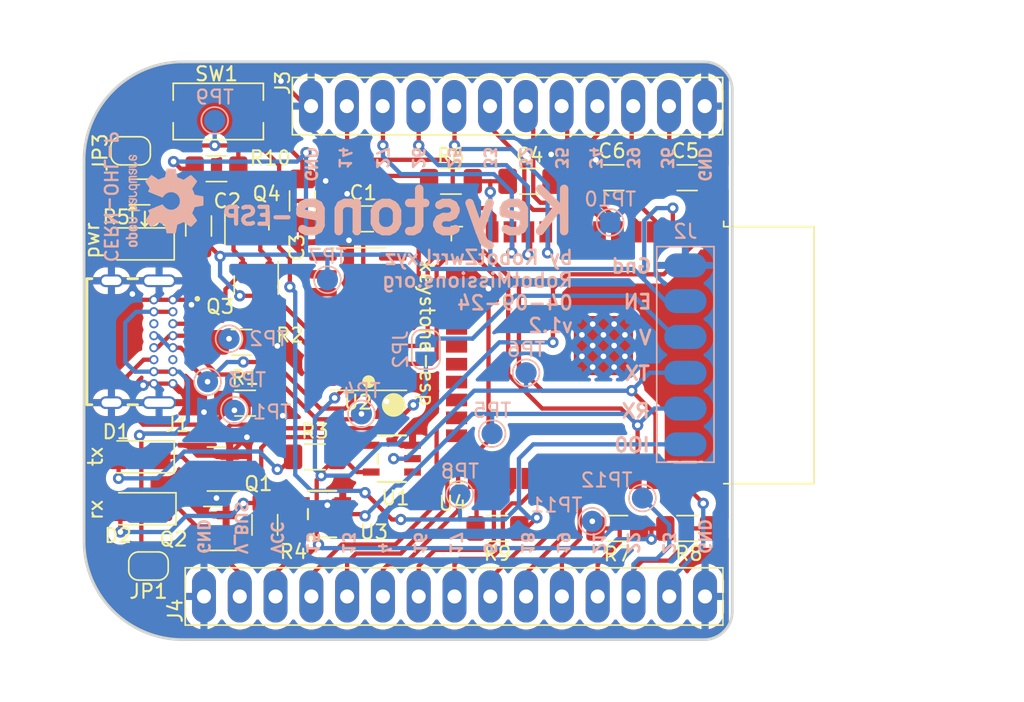
<source format=kicad_pcb>
(kicad_pcb (version 20240108) (generator "pcbnew") (generator_version "8.0")
  (layers (0 "F.Cu" signal) (31 "B.Cu" signal) (34 "B.Paste" user) (35 "F.Paste" user) (36 "B.SilkS" user "B.Silkscreen") (37 "F.SilkS" user "F.Silkscreen") (38 "B.Mask" user) (39 "F.Mask" user) (44 "Edge.Cuts" user))
  (net 0 "")
  (net 1 "Net-(U2-V3)")
  (net 2 "GND")
  (net 3 "VCC")
  (net 4 "Net-(J2-Pin_4)")
  (net 5 "Net-(D1-K)")
  (net 6 "Net-(D1-A)")
  (net 7 "Net-(D2-K)")
  (net 8 "Net-(D2-A)")
  (net 9 "VBUS")
  (net 10 "Net-(J1-CC1)")
  (net 11 "Net-(J1-DP1)")
  (net 12 "Net-(J1-DN1)")
  (net 14 "Net-(J1-CC2)")
  (net 16 "/IO0")
  (net 17 "/RX")
  (net 18 "/TX")
  (net 19 "/DTR")
  (net 20 "/RTS")
  (net 21 "Net-(U4-IO0)")
  (net 29 "/IO36")
  (net 30 "/IO39")
  (net 31 "/IO34")
  (net 32 "/IO35")
  (net 33 "/IO32")
  (net 34 "/IO33")
  (net 35 "/IO25")
  (net 36 "/IO26")
  (net 37 "/IO27")
  (net 38 "/IO14")
  (net 40 "/IO13")
  (net 47 "/IO15")
  (net 49 "/IO4")
  (net 50 "/IO16")
  (net 51 "/IO17")
  (net 52 "/IO5")
  (net 53 "/IO18")
  (net 54 "/IO19")
  (net 56 "/IO21")
  (net 57 "/IO22")
  (net 58 "/IO23")
  (net 59 "Net-(D3-A)")
  (net 60 "Net-(JP3-B)")
  (net 63 "Net-(Q1-G)")
  (net 64 "Net-(Q2-G)")
  (net 65 "/EN")
  (footprint "Resistor_SMD:R_1206_3216Metric_Pad1.30x1.75mm_HandSolder" (layer "F.Cu") (at 205.74 107.95)
    (property "Reference" "R9")
    (property "Value" "10k")
  )
  (footprint "Resistor_SMD:R_1206_3216Metric_Pad1.30x1.75mm_HandSolder" (layer "F.Cu") (at 192.786 102.87)
    (property "Reference" "R3")
    (property "Value" "1k")
  )
  (footprint "!RobotButterfly:Oval_1x12_P2.54mm" (layer "F.Cu") (at 220.452 77.978 -90)
    (property "Reference" "J3")
    (property "Value" "Conn_01x12_Socket")
  )
  (footprint "Package_SO:SOIC-16_3.9x9.9mm_P1.27mm" (layer "F.Cu") (at 195.834 93.091 180)
    (property "Reference" "U2")
    (property "Value" "CH340C")
  )
  (footprint "Button_Switch_SMD:SW_Tactile_SPST_NO_Straight_CK_PTS636Sx25SMTRLFS" (layer "F.Cu") (at 185.928 78.359)
    (property "Reference" "SW1")
    (property "Value" "SW_Push")
  )
  (footprint "!EK_Library:USBC_TH_2" (layer "F.Cu") (at 178.346 94.698 -90)
    (property "Reference" "J1")
    (property "Value" "USBC_TH_2")
  )
  (footprint "Capacitor_SMD:C_1206_3216Metric_Pad1.33x1.80mm_HandSolder" (layer "F.Cu") (at 196.215 85.979)
    (property "Reference" "C1")
    (property "Value" "0.1 uF")
  )
  (footprint "Jumper:SolderJumper-2_P1.3mm_Bridged_RoundedPad1.0x1.5mm" (layer "F.Cu") (at 179.705 81.153 180)
    (property "Reference" "JP3")
    (property "Value" "SolderJumper_2_Bridged")
  )
  (footprint "Resistor_SMD:R_1206_3216Metric_Pad1.30x1.75mm_HandSolder" (layer "F.Cu") (at 185.801 82.423)
    (property "Reference" "R10")
    (property "Value" "10k")
  )
  (footprint "!EK_Library:SN74AHC1G14DBVR" (layer "F.Cu") (at 193.294 106.934 180)
    (property "Reference" "U3")
    (property "Value" "SN74AHC1G14DBVR")
  )
  (footprint "Resistor_SMD:R_1206_3216Metric_Pad1.30x1.75mm_HandSolder" (layer "F.Cu") (at 189.23 107.696 -90)
    (property "Reference" "R4")
    (property "Value" "1k")
  )
  (footprint "Fiducial:Fiducial_1mm_Mask2mm" (layer "F.Cu") (at 184.912 90.424)
    (property "Reference" "FID2" (hide yes))
    (property "Value" "Fiducial")
  )
  (footprint "Fiducial:Fiducial_1mm_Mask2mm" (layer "F.Cu") (at 200.533 85.725)
    (property "Reference" "FID4" (hide yes))
    (property "Value" "Fiducial")
  )
  (footprint "Package_TO_SOT_SMD:SOT-23" (layer "F.Cu") (at 187.96 86.106 90)
    (property "Reference" "Q4")
    (property "Value" "AO3400A")
  )
  (footprint "Capacitor_SMD:C_1206_3216Metric_Pad1.33x1.80mm_HandSolder" (layer "F.Cu") (at 191.897 84.709 90)
    (property "Reference" "C3")
    (property "Value" "4.7 uF")
  )
  (footprint "Resistor_SMD:R_1206_3216Metric_Pad1.30x1.75mm_HandSolder" (layer "F.Cu") (at 202.438 83.312)
    (property "Reference" "R6")
    (property "Value" "10k")
  )
  (footprint "Fiducial:Fiducial_1mm_Mask2mm" (layer "F.Cu") (at 179.705 78.359)
    (property "Reference" "FID1" (hide yes))
    (property "Value" "Fiducial")
  )
  (footprint "!RobotButterfly:Oval_1x15_P2.54mm" (layer "F.Cu") (at 220.472 112.776 -90)
    (property "Reference" "J4")
    (property "Value" "Conn_01x15_Socket")
  )
  (footprint "Fiducial:Fiducial_1mm_Mask2mm" (layer "F.Cu") (at 194.183 81.661)
    (property "Reference" "FID3" (hide yes))
    (property "Value" "Fiducial")
  )
  (footprint "Capacitor_SMD:C_1206_3216Metric_Pad1.33x1.80mm_HandSolder" (layer "F.Cu") (at 213.995 83.058 180)
    (property "Reference" "C6")
    (property "Value" "0.1 uF")
  )
  (footprint "Resistor_SMD:R_1206_3216Metric_Pad1.30x1.75mm_HandSolder" (layer "F.Cu") (at 187.833 99.06)
    (property "Reference" "R1")
    (property "Value" "5.1k")
  )
  (footprint "Resistor_SMD:R_1206_3216Metric_Pad1.30x1.75mm_HandSolder" (layer "F.Cu") (at 214.249 107.95 180)
    (property "Reference" "R7")
    (property "Value" "4.7k")
  )
  (footprint "Package_TO_SOT_SMD:SOT-23" (layer "F.Cu") (at 188.6204 90.678 -90)
    (property "Reference" "Q3")
    (property "Value" "AO3400A")
  )
  (footprint "Capacitor_SMD:C_1206_3216Metric_Pad1.33x1.80mm_HandSolder" (layer "F.Cu") (at 184.531 86.487 90)
    (property "Reference" "C2")
    (property "Value" "1 uF")
  )
  (footprint "Resistor_SMD:R_1206_3216Metric_Pad1.30x1.75mm_HandSolder" (layer "F.Cu") (at 187.579 94.742)
    (property "Reference" "R2")
    (property "Value" "5.1k")
  )
  (footprint "LED_SMD:LED_1206_3216Metric_Pad1.42x1.75mm_HandSolder" (layer "F.Cu") (at 180.34 87.757 180)
    (property "Reference" "D3")
    (property "Value" "LED")
  )
  (footprint "Resistor_SMD:R_1206_3216Metric_Pad1.30x1.75mm_HandSolder" (layer "F.Cu") (at 219.202 107.95)
    (property "Reference" "R8")
    (property "Value" "4.7k")
  )
  (footprint "Package_TO_SOT_SMD:SOT-23" (layer "F.Cu") (at 185.547 107.95 180)
    (property "Reference" "Q2")
    (property "Value" "BSS138")
  )
  (footprint "RF_Module:ESP32-WROOM-32" (layer "F.Cu") (at 212.349 95.653 -90)
    (property "Reference" "U4")
    (property "Value" "ESP32-WROOM-32")
  )
  (footprint "Jumper:SolderJumper-2_P1.3mm_Bridged_RoundedPad1.0x1.5mm" (layer "F.Cu") (at 180.975 110.617 180)
    (property "Reference" "JP1")
    (property "Value" "SolderJumper_2_Bridged")
  )
  (footprint "!EK_Library:SN74AHC1G14DBVR" (layer "F.Cu") (at 198.247 102.997 180)
    (property "Reference" "U1")
    (property "Value" "SN74AHC1G14DBVR")
  )
  (footprint "Resistor_SMD:R_1206_3216Metric_Pad1.30x1.75mm_HandSolder" (layer "F.Cu") (at 180.34 84.074)
    (property "Reference" "R5")
    (property "Value" "1k")
  )
  (footprint "Package_TO_SOT_SMD:SOT-23" (layer "F.Cu") (at 185.801 103.7336 180)
    (property "Reference" "Q1")
    (property "Value" "BSS138")
  )
  (footprint "Capacitor_SMD:C_1206_3216Metric_Pad1.33x1.80mm_HandSolder" (layer "F.Cu") (at 219.202 83.058)
    (property "Reference" "C5")
    (property "Value" "22 uF")
  )
  (footprint "Capacitor_SMD:C_1206_3216Metric_Pad1.33x1.80mm_HandSolder" (layer "F.Cu") (at 208.026 83.312)
    (property "Reference" "C4")
    (property "Value" "0.1 uF")
  )
  (footprint "LED_SMD:LED_1206_3216Metric_Pad1.42x1.75mm_HandSolder" (layer "F.Cu") (at 180.467 106.553 180)
    (property "Reference" "D2")
    (property "Value" "LED")
  )
  (footprint "LED_SMD:LED_1206_3216Metric_Pad1.42x1.75mm_HandSolder" (layer "F.Cu") (at 180.34 102.87 180)
    (property "Reference" "D1")
    (property "Value" "LED")
  )
  (footprint "TestPoint:TestPoint_Pad_D1.5mm" (layer "B.Cu") (at 213.741 86.233 180)
    (property "Reference" "TP10")
    (property "Value" "TestPoint")
  )
  (footprint "TestPoint:TestPoint_Pad_D1.5mm" (layer "B.Cu") (at 216.027 105.791 180)
    (property "Reference" "TP12")
    (property "Value" "TestPoint")
  )
  (footprint "TestPoint:TestPoint_Pad_D1.5mm" (layer "B.Cu") (at 207.772 96.901 180)
    (property "Reference" "TP6")
    (property "Value" "TestPoint")
  )
  (footprint "TestPoint:TestPoint_Pad_D1.5mm" (layer "B.Cu") (at 185.674 78.994 180)
    (property "Reference" "TP9")
    (property "Value" "TestPoint")
  )
  (footprint "TestPoint:TestPoint_Pad_D1.5mm" (layer "B.Cu") (at 185.166 97.536 180)
    (property "Reference" "TP3")
    (property "Value" "TestPoint")
  )
  (footprint "Connector_PinHeader_2.54mm:PinHeader_1x06_P2.54mm_Vertical" (layer "B.Cu") (at 219.075 101.981)
    (property "Reference" "J2")
    (property "Value" "Conn_01x06_Socket")
  )
  (footprint "Jumper:SolderJumper-2_P1.3mm_Open_RoundedPad1.0x1.5mm" (layer "B.Cu") (at 200.66 95.25 -90)
    (property "Reference" "JP2")
    (property "Value" "SolderJumper_2_Open")
  )
  (footprint "TestPoint:TestPoint_Pad_D1.5mm" (layer "B.Cu") (at 203.073 105.537 180)
    (property "Reference" "TP8")
    (property "Value" "TestPoint")
  )
  (footprint "TestPoint:TestPoint_Pad_D1.5mm" (layer "B.Cu") (at 212.471 107.442 180)
    (property "Reference" "TP11")
    (property "Value" "TestPoint")
  )
  (footprint "TestPoint:TestPoint_Pad_D1.5mm" (layer "B.Cu") (at 193.675 90.297 180)
    (property "Reference" "TP7")
    (property "Value" "TestPoint")
  )
  (footprint "TestPoint:TestPoint_Pad_D1.5mm" (layer "B.Cu") (at 187.071 99.568 180)
    (property "Reference" "TP1")
    (property "Value" "TestPoint")
  )
  (footprint "TestPoint:TestPoint_Pad_D1.5mm" (layer "B.Cu") (at 186.69 94.488 180)
    (property "Reference" "TP2")
    (property "Value" "TestPoint")
  )
  (footprint "TestPoint:TestPoint_Pad_D1.5mm" (layer "B.Cu") (at 196.088 99.822 180)
    (property "Reference" "TP4")
    (property "Value" "TestPoint")
  )
  (footprint "TestPoint:TestPoint_Pad_D1.5mm" (layer "B.Cu") (at 205.359 101.219 180)
    (property "Reference" "TP5")
    (property "Value" "TestPoint")
  )
  (footprint "Symbol:OSHW-Logo2_7.3x6mm_SilkScreen" (layer "B.Cu") (at 182.118 84.709 90)
    (property "Reference" "REF**" (hide yes))
    (property "Value" "OSHW-Logo2_7.3x6mm_SilkScreen" (hide yes))
  )
  (gr_line (start 179.832 85.09) (end 179.578 85.344) (stroke (width 0.15)) (layer "F.SilkS"))
  (gr_line (start 180.721 86.487) (end 180.975 86.233) (stroke (width 0.15)) (layer "F.SilkS"))
  (gr_circle (center 196.596 97.536) (end 196.977 97.536) (stroke (width 0.15)) (fill solid) (layer "F.SilkS"))
  (gr_line (start 180.721 85.471) (end 180.721 86.487) (stroke (width 0.15)) (layer "F.SilkS"))
  (gr_line (start 180.721 86.487) (end 180.467 86.233) (stroke (width 0.15)) (layer "F.SilkS"))
  (gr_line (start 179.832 85.09) (end 180.086 85.344) (stroke (width 0.15)) (layer "F.SilkS"))
  (gr_line (start 179.832 86.106) (end 179.832 85.09) (stroke (width 0.15)) (layer "F.SilkS"))
  (gr_circle (center 198.374 99.187) (end 199.136 99.187) (stroke (width 0.15)) (fill solid) (layer "F.SilkS"))
  (gr_arc (start 176.403 81.839004) (mid 178.453253 76.889255) (end 183.403002 74.839002) (stroke (width 0.2)) (layer "Edge.Cuts"))
  (gr_line (start 183.403002 115.839002) (end 220.403 115.839002) (stroke (width 0.2)) (layer "Edge.Cuts"))
  (gr_line (start 222.403 113.839002) (end 222.403 76.839002) (stroke (width 0.2)) (layer "Edge.Cuts"))
  (gr_line (start 176.403 81.839004) (end 176.403 108.839) (stroke (width 0.2)) (layer "Edge.Cuts"))
  (gr_line (start 220.403 74.839002) (end 183.403002 74.839002) (stroke (width 0.2)) (layer "Edge.Cuts"))
  (gr_arc (start 220.403 74.839002) (mid 221.817214 75.424788) (end 222.403 76.839002) (stroke (width 0.2)) (layer "Edge.Cuts"))
  (gr_arc (start 183.403002 115.839002) (mid 178.453253 113.788749) (end 176.403 108.839) (stroke (width 0.2)) (layer "Edge.Cuts"))
  (gr_arc (start 222.403 113.839002) (mid 221.817214 115.253216) (end 220.403 115.839002) (stroke (width 0.2)) (layer "Edge.Cuts"))
  (gr_text "CERN-OHL-P" (at 178.816 89.154 -90) (layer "B.SilkS") (effects (font (size 0.9 0.9) (thickness 0.1625)) (justify left top mirror)))
  (gr_text "V_BUS" (at 187.071 109.855 270) (layer "B.SilkS") (effects (font (size 0.8 0.8) (thickness 0.175) (bold yes)) (justify left bottom mirror)))
  (gr_text "V" (at 216.789 94.996 0) (layer "B.SilkS") (effects (font (size 1 1) (thickness 0.2) (bold yes)) (justify left bottom mirror)))
  (gr_text "33" (at 204.724 80.772 270) (layer "B.SilkS") (effects (font (size 0.8 0.8) (thickness 0.175) (bold yes)) (justify right bottom mirror)))
  (gr_text "RX" (at 216.662 100.203 0) (layer "B.SilkS") (effects (font (size 1 1) (thickness 0.2) (bold yes)) (justify left bottom mirror)))
  (gr_text "32" (at 207.264 80.772 270) (layer "B.SilkS") (effects (font (size 0.8 0.8) (thickness 0.175) (bold yes)) (justify right bottom mirror)))
  (gr_text "25" (at 202.184 80.772 270) (layer "B.SilkS") (effects (font (size 0.8 0.8) (thickness 0.175) (bold yes)) (justify right bottom mirror)))
  (gr_text "VCC" (at 189.611 109.855 270) (layer "B.SilkS") (effects (font (size 0.8 0.8) (thickness 0.175) (bold yes)) (justify left bottom mirror)))
  (gr_text "IO0" (at 216.662 102.616 0) (layer "B.SilkS") (effects (font (size 1 1) (thickness 0.2) (bold yes)) (justify left bottom mirror)))
  (gr_text "35" (at 209.804 80.772 270) (layer "B.SilkS") (effects (font (size 0.8 0.8) (thickness 0.175) (bold yes)) (justify right bottom mirror)))
  (gr_text "17" (at 202.311 109.855 270) (layer "B.SilkS") (effects (font (size 0.8 0.8) (thickness 0.175) (bold yes)) (justify left bottom mirror)))
  (gr_text "5" (at 204.724 109.855 270) (layer "B.SilkS") (effects (font (size 0.8 0.8) (thickness 0.175) (bold yes)) (justify left bottom mirror)))
  (gr_text "18" (at 207.391 109.855 270) (layer "B.SilkS") (effects (font (size 0.8 0.8) (thickness 0.175) (bold yes)) (justify left bottom mirror)))
  (gr_text "EN" (at 216.789 92.456 0) (layer "B.SilkS") (effects (font (size 1 1) (thickness 0.2) (bold yes)) (justify left bottom mirror)))
  (gr_text "GND" (at 184.404 109.855 270) (layer "B.SilkS") (effects (font (size 0.8 0.8) (thickness 0.175) (bold yes)) (justify left bottom mirror)))
  (gr_text "27" (at 197.104 80.772 270) (layer "B.SilkS") (effects (font (size 0.8 0.8) (thickness 0.175) (bold yes)) (justify right bottom mirror)))
  (gr_text "22" (at 214.884 109.855 270) (layer "B.SilkS") (effects (font (size 0.8 0.8) (thickness 0.175) (bold yes)) (justify left bottom mirror)))
  (gr_text "-ESP" (at 191.389 86.487 0) (layer "B.SilkS") (effects (font (size 1.2 1.2) (thickness 0.3) (bold yes)) (justify left bottom mirror)))
  (gr_text "16" (at 199.771 109.855 270) (layer "B.SilkS") (effects (font (size 0.8 0.8) (thickness 0.175) (bold yes)) (justify left bottom mirror)))
  (gr_text "GND" (at 219.964 109.855 270) (layer "B.SilkS") (effects (font (size 0.8 0.8) (thickness 0.175) (bold yes)) (justify left bottom mirror)))
  (gr_text "GND" (at 192.024 80.772 270) (layer "B.SilkS") (effects (font (size 0.8 0.8) (thickness 0.175) (bold yes)) (justify right bottom mirror)))
  (gr_text "39" (at 214.884 80.772 270) (layer "B.SilkS") (effects (font (size 0.8 0.8) (thickness 0.175) (bold yes)) (justify right bottom mirror)))
  (gr_text "15" (at 192.151 109.855 270) (layer "B.SilkS") (effects (font (size 0.8 0.8) (thickness 0.175) (bold yes)) (justify left bottom mirror)))
  (gr_text "13" (at 194.691 109.855 270) (layer "B.SilkS") (effects (font (size 0.8 0.8) (thickness 0.175) (bold yes)) (justify left bottom mirror)))
  (gr_text "Keystone" (at 211.582 87.249 0) (layer "B.SilkS") (effects (font (size 3 3) (thickness 0.6) (bold yes)) (justify left bottom mirror)))
  (gr_text "26" (at 199.644 80.772 270) (layer "B.SilkS") (effects (font (size 0.8 0.8) (thickness 0.175) (bold yes)) (justify right bottom mirror)))
  (gr_text "36" (at 217.297 80.772 270) (layer "B.SilkS") (effects (font (size 0.8 0.8) (thickness 0.175) (bold yes)) (justify right bottom mirror)))
  (gr_text "14" (at 194.437 80.772 270) (layer "B.SilkS") (effects (font (size 0.8 0.8) (thickness 0.175) (bold yes)) (justify right bottom mirror)))
  (gr_text "34" (at 212.217 80.772 270) (layer "B.SilkS") (effects (font (size 0.8 0.8) (thickness 0.175) (bold yes)) (justify right bottom mirror)))
  (gr_text "TX" (at 216.662 97.536 0) (layer "B.SilkS") (effects (font (size 1 1) (thickness 0.2) (bold yes)) (justify left bottom mirror)))
  (gr_text "4" (at 197.231 109.855 270) (layer "B.SilkS") (effects (font (size 0.8 0.8) (thickness 0.175) (bold yes)) (justify left bottom mirror)))
  (gr_text "21" (at 212.471 109.855 270) (layer "B.SilkS") (effects (font (size 0.8 0.8) (thickness 0.175) (bold yes)) (justify left bottom mirror)))
  (gr_text "23" (at 217.424 109.855 270) (layer "B.SilkS") (effects (font (size 0.8 0.8) (thickness 0.175) (bold yes)) (justify left bottom mirror)))
  (gr_text "by RobotZwrrl.xyz\nRobotMissions.org\n04-09-24\nv1.2" (at 211.201 88.138 0) (layer "B.SilkS") (effects (font (size 1 1) (thickness 0.18) (bold yes)) (justify left top mirror)))
  (gr_text "19" (at 209.931 109.855 270) (layer "B.SilkS") (effects (font (size 0.8 0.8) (thickness 0.175) (bold yes)) (justify left bottom mirror)))
  (gr_text "GND" (at 219.964 80.772 270) (layer "B.SilkS") (effects (font (size 0.8 0.8) (thickness 0.175) (bold yes)) (justify right bottom mirror)))
  (gr_text "Gnd" (at 216.789 89.916 0) (layer "B.SilkS") (effects (font (size 1 1) (thickness 0.2) (bold yes)) (justify left bottom mirror)))
  (gr_text "keystone-esp" (at 200.152 88.9 270) (layer "F.SilkS") (effects (font (size 1 1)) (justify left bottom)))
  (gr_text "tx" (at 177.8 103.632 90) (layer "F.SilkS") (effects (font (size 1 1)) (justify left bottom)))
  (gr_text "pwr" (at 177.546 88.9 90) (layer "F.SilkS") (effects (font (size 1 1)) (justify left bottom)))
  (gr_text "rx" (at 177.8 107.442 90) (layer "F.SilkS") (effects (font (size 1 1)) (justify left bottom)))
  (segment (start 200.152 87.376) (end 200.152 93.345) (width 0.3048) (layer "F.Cu") (net 1))
  (segment (start 198.755 85.979) (end 200.152 87.376) (width 0.3048) (layer "F.Cu") (net 1))
  (segment (start 197.7775 85.979) (end 198.755 85.979) (width 0.3048) (layer "F.Cu") (net 1))
  (segment (start 200.152 93.345) (end 199.771 93.726) (width 0.3048) (layer "F.Cu") (net 1))
  (segment (start 199.771 93.726) (end 198.309 93.726) (width 0.3048) (layer "F.Cu") (net 1))
  (segment (start 180.711 97.673) (end 180.594 97.79) (width 0.3048) (layer "F.Cu") (net 2))
  (segment (start 183.671 91.723) (end 182.706 91.723) (width 0.3048) (layer "F.Cu") (net 2))
  (segment (start 193.6654 106.299) (end 193.802 106.299) (width 0.3048) (layer "F.Cu") (net 2))
  (segment (start 184.785 99.695) (end 184.912 99.695) (width 0.3048) (layer "F.Cu") (net 2))
  (segment (start 194.6525 86.9565) (end 195.199 87.503) (width 0.3048) (layer "F.Cu") (net 2))
  (segment (start 181.356 97.673) (end 180.711 97.673) (width 0.3048) (layer "F.Cu") (net 2))
  (segment (start 209.5885 83.312) (end 209.5885 81.4455) (width 0.3048) (layer "F.Cu") (net 2))
  (segment (start 204.116 89.943) (end 203.006 89.943) (width 0.3048) (layer "F.Cu") (net 2))
  (segment (start 186.7385 102.7836) (end 186.7385 102.6945) (width 0.3048) (layer "F.Cu") (net 2))
  (segment (start 198.309 97.536) (end 197.866 97.979) (width 0.3048) (layer "F.Cu") (net 2))
  (segment (start 192.512 77.978) (end 192.151 77.978) (width 0.3048) (layer "F.Cu") (net 2))
  (segment (start 209.5885 81.4455) (end 209.55 81.407) (width 0.3048) (layer "F.Cu") (net 2))
  (segment (start 194.117001 105.983999) (end 194.76085 105.983999) (width 0.3048) (layer "F.Cu") (net 2))
  (segment (start 189.611 99.06) (end 189.383 99.06) (width 0.3048) (layer "F.Cu") (net 2))
  (segment (start 181.356 97.673) (end 182.706 97.673) (width 0.3048) (layer "F.Cu") (net 2))
  (segment (start 186.4845 106.4745) (end 185.801 105.791) (width 0.3048) (layer "F.Cu") (net 2))
  (segment (start 205.105 90.932) (end 204.116 89.943) (width 0.3048) (layer "F.Cu") (net 2))
  (segment (start 181.356 91.723) (end 180.242 91.723) (width 0.3048) (layer "F.Cu") (net 2))
  (segment (start 190.5 99.949) (end 189.611 99.06) (width 0.3048) (layer "F.Cu") (net 2))
  (segment (start 192.151 77.978) (end 190.373 76.2) (width 0.3048) (layer "F.Cu") (net 2))
  (segment (start 194.6525 84.6205) (end 195.072 84.201) (width 0.3048) (layer "F.Cu") (net 2))
  (segment (start 180.242 91.723) (end 179.832 91.313) (width 0.3048) (layer "F.Cu") (net 2))
  (segment (start 194.6525 85.979) (end 194.6525 84.6205) (width 0.3048) (layer "F.Cu") (net 2))
  (segment (start 184.728 99.695) (end 182.706 97.673) (width 0.3048) (layer "F.Cu") (net 2))
  (segment (start 186.4845 107) (end 186.4845 106.4745) (width 0.3048) (layer "F.Cu") (net 2))
  (segment (start 189.865 94.742) (end 190.119 94.996) (width 0.3048) (layer "F.Cu") (net 2))
  (segment (start 184.912 99.695) (end 184.728 99.695) (width 0.3048) (layer "F.Cu") (net 2))
  (segment (start 212.725 81.788) (end 212.725 82.119) (width 0.3048) (layer "F.Cu") (net 2))
  (segment (start 184.023 92.075) (end 183.671 91.723) (width 0.3048) (layer "F.Cu") (net 2))
  (segment (start 194.6525 85.979) (end 194.6525 86.9565) (width 0.3048) (layer "F.Cu") (net 2))
  (segment (start 212.725 82.119) (end 212.4325 82.4115) (width 0.3048) (layer "F.Cu") (net 2))
  (segment (start 212.4325 82.4115) (end 212.4325 83.058) (width 0.3048) (layer "F.Cu") (net 2))
  (segment (start 186.7385 102.6945) (end 187.96 101.473) (width 0.3048) (layer "F.Cu") (net 2))
  (segment (start 189.129 94.742) (end 189.865 94.742) (width 0.3048) (layer "F.Cu") (net 2))
  (segment (start 181.356 91.723) (end 182.706 91.723) (width 0.3048) (layer "F.Cu") (net 2))
  (segment (start 197.866 97.979) (end 197.866 98.933) (width 0.3048) (layer "F.Cu") (net 2))
  (segment (start 193.802 106.299) (end 194.117001 105.983999) (width 0.3048) (layer "F.Cu") (net 2))
  (via (at 187.96 101.473) (size 0.8) (drill 0.4) (layers "F.Cu" "B.Cu") (net 2))
  (via (at 195.072 84.201) (size 0.8) (drill 0.4) (layers "F.Cu" "B.Cu") (net 2))
  (via (at 193.6654 106.299) (size 0.8) (drill 0.4) (layers "F.Cu" "B.Cu") (net 2))
  (via (at 195.199 87.503) (size 0.8) (drill 0.4) (layers "F.Cu" "B.Cu") (net 2))
  (via (at 190.119 94.996) (size 0.8) (drill 0.4) (layers "F.Cu" "B.Cu") (net 2))
  (via (at 184.912 99.695) (size 0.8) (drill 0.4) (layers "F.Cu" "B.Cu") (net 2))
  (via (at 190.373 76.2) (size 0.8) (drill 0.4) (layers "F.Cu" "B.Cu") (net 2))
  (via (at 184.023 92.075) (size 0.8) (drill 0.4) (layers "F.Cu" "B.Cu") (net 2))
  (via (at 193.548 83.287972) (size 0.8) (drill 0.4) (layers "F.Cu" "B.Cu") (net 2))
  (via (at 212.725 81.788) (size 0.8) (drill 0.4) (layers "F.Cu" "B.Cu") (net 2))
  (via (at 180.594 97.79) (size 0.8) (drill 0.4) (layers "F.Cu" "B.Cu") (net 2))
  (via (at 209.55 81.407) (size 0.8) (drill 0.4) (layers "F.Cu" "B.Cu") (net 2))
  (via (at 197.866 98.933) (size 0.8) (drill 0.4) (layers "F.Cu" "B.Cu") (net 2))
  (via (at 205.105 90.932) (size 0.8) (drill 0.4) (layers "F.Cu" "B.Cu") (net 2))
  (via (at 185.801 105.791) (size 0.8) (drill 0.4) (layers "F.Cu" "B.Cu") (net 2))
  (via (at 179.832 91.313) (size 0.8) (drill 0.4) (layers "F.Cu" "B.Cu") (net 2))
  (via (at 190.5 99.949) (size 0.8) (drill 0.4) (layers "F.Cu" "B.Cu") (net 2))
  (segment (start 192.532 77.998) (end 192.532 79.629) (width 0.3048) (layer "B.Cu") (net 2))
  (segment (start 193.675 80.772) (end 195.072 82.169) (width 0.3048) (layer "B.Cu") (net 2))
  (segment (start 193.675 83.160972) (end 193.675 80.772) (width 0.3048) (layer "B.Cu") (net 2))
  (segment (start 195.072 82.169) (end 195.072 84.201) (width 0.3048) (layer "B.Cu") (net 2))
  (segment (start 192.512 77.978) (end 192.532 77.998) (width 0.3048) (layer "B.Cu") (net 2))
  (segment (start 192.532 79.629) (end 193.675 80.772) (width 0.3048) (layer "B.Cu") (net 2))
  (segment (start 193.548 83.287972) (end 193.675 83.160972) (width 0.3048) (layer "B.Cu") (net 2))
  (segment (start 195.199 97.663) (end 195.199 97.536) (width 0.3048) (layer "F.Cu") (net 3))
  (segment (start 190.246 84.074) (end 190.881 84.709) (width 0.3048) (layer "F.Cu") (net 3))
  (segment (start 217.17 107.95) (end 217.652 107.95) (width 0.3048) (layer "F.Cu") (net 3))
  (segment (start 180.355 81.153) (end 180.736 80.772) (width 0.3048) (layer "F.Cu") (net 3))
  (segment (start 193.294 84.709) (end 195.072 82.931) (width 0.3048) (layer "F.Cu") (net 3))
  (segment (start 193.04 109.093) (end 192.659 109.474) (width 0.3048) (layer "F.Cu") (net 3))
  (segment (start 215.5575 83.058) (end 217.6395 83.058) (width 0.3048) (layer "F.Cu") (net 3))
  (segment (start 194.183 98.679) (end 195.199 97.663) (width 0.3048) (layer "F.Cu") (net 3))
  (segment (start 187.351 80.798) (end 187.325 80.772) (width 0.3048) (layer "F.Cu") (net 3))
  (segment (start 192.024 110.109) (end 191.008 110.109) (width 0.3048) (layer "F.Cu") (net 3))
  (segment (start 190.33815 109.246) (end 190.940075 108.644075) (width 0.3048) (layer "F.Cu") (net 3))
  (segment (start 193.2305 104.2035) (end 193.2305 103.9755) (width 0.3048) (layer "F.Cu") (net 3))
  (segment (start 193.04 109.093) (end 192.913 108.966) (width 0.3048) (layer "F.Cu") (net 3))
  (segment (start 219.496 87.9578) (end 219.496 84.9145) (width 0.3048) (layer "F.Cu") (net 3))
  (segment (start 190.940075 108.644075) (end 191.700149 107.884001) (width 0.3048) (layer "F.Cu") (net 3))
  (segment (start 193.2305 103.9755) (end 194.336 102.87) (width 0.3048) (layer "F.Cu") (net 3))
  (segment (start 191.77 109.474) (end 190.940075 108.644075) (width 0.3048) (layer "F.Cu") (net 3))
  (segment (start 216.662 108.712) (end 216.662 107.95) (width 0.3048) (layer "F.Cu") (net 3))
  (segment (start 189.992 111.125) (end 189.992 112.776) (width 0.3048) (layer "F.Cu") (net 3))
  (segment (start 217.5378 89.916) (end 219.496 87.9578) (width 0.3048) (layer "F.Cu") (net 3))
  (segment (start 190.246 82.169) (end 190.246 84.074) (width 0.3048) (layer "F.Cu") (net 3))
  (segment (start 195.072 82.931) (end 197.993 82.931) (width 0.3048) (layer "F.Cu") (net 3))
  (segment (start 191.008 110.109) (end 189.992 111.125) (width 0.3048) (layer "F.Cu") (net 3))
  (segment (start 193.359 97.536) (end 195.199 97.536) (width 0.3048) (layer "F.Cu") (net 3))
  (segment (start 196.215 84.709) (end 196.215 90.805) (width 0.3048) (layer "F.Cu") (net 3))
  (segment (start 191.700149 107.884001) (end 191.82715 107.884001) (width 0.3048) (layer "F.Cu") (net 3))
  (segment (start 194.691 102.87) (end 194.336 102.87) (width 0.3048) (layer "F.Cu") (net 3))
  (segment (start 196.215 90.805) (end 195.199 91.821) (width 0.3048) (layer "F.Cu") (net 3))
  (segment (start 209.677 94.742) (end 209.677 90.932) (width 0.3048) (layer "F.Cu") (net 3))
  (segment (start 192.913 108.966) (end 192.913 104.521) (width 0.3048) (layer "F.Cu") (net 3))
  (segment (start 200.888 83.312) (end 200.507 82.931) (width 0.3048) (layer "F.Cu") (net 3))
  (segment (start 194.183 98.6886) (end 194.183 98.679) (width 0.3048) (layer "F.Cu") (net 3))
  (segment (start 187.351 82.423) (end 187.351 80.798) (width 0.3048) (layer "F.Cu") (net 3))
  (segment (start 189.23 109.246) (end 190.33815 109.246) (width 0.3048) (layer "F.Cu") (net 3))
  (segment (start 219.496 84.9145) (end 217.6395 83.058) (width 0.3048) (layer "F.Cu") (net 3))
  (segment (start 200.507 82.931) (end 197.993 82.931) (width 0.3048) (layer "F.Cu") (net 3))
  (segment (start 196.78015 103.947001) (end 195.768001 103.947001) (width 0.3048) (layer "F.Cu") (net 3))
  (segment (start 215.799 107.95) (end 217.17 107.95) (width 0.3048) (layer "F.Cu") (net 3))
  (segment (start 188.849 80.772) (end 190.246 82.169) (width 0.3048) (layer "F.Cu") (net 3))
  (segment (start 187.325 80.772) (end 188.849 80.772) (width 0.3048) (layer "F.Cu") (net 3))
  (segment (start 192.913 104.521) (end 193.2305 104.2035) (width 0.3048) (layer "F.Cu") (net 3))
  (segment (start 216.662 107.95) (end 217.17 107.95) (width 0.3048) (layer "F.Cu") (net 3))
  (segment (start 192.659 109.474) (end 191.77 109.474) (width 0.3048) (layer "F.Cu") (net 3))
  (segment (start 190.881 84.709) (end 193.294 84.709) (width 0.3048) (layer "F.Cu") (net 3))
  (segment (start 180.736 80.772) (end 187.325 80.772) (width 0.3048) (layer "F.Cu") (net 3))
  (segment (start 197.993 82.931) (end 196.215 84.709) (width 0.3048) (layer "F.Cu") (net 3))
  (segment (start 209.677 90.932) (end 210.693 89.916) (width 0.3048) (layer "F.Cu") (net 3))
  (segment (start 195.768001 103.947001) (end 194.691 102.87) (width 0.3048) (layer "F.Cu") (net 3))
  (segment (start 195.199 91.821) (end 195.199 97.536) (width 0.3048) (layer "F.Cu") (net 3))
  (segment (start 210.693 89.916) (end 217.5378 89.916) (width 0.3048) (layer "F.Cu") (net 3))
  (segment (start 193.04 109.093) (end 192.024 110.109) (width 0.3048) (layer "F.Cu") (net 3))
  (via (at 216.662 108.712) (size 0.8) (drill 0.4) (layers "F.Cu" "B.Cu") (net 3))
  (via (at 194.183 98.6886) (size 0.8) (drill 0.4) (layers "F.Cu" "B.Cu") (net 3))
  (via (at 193.2305 104.2035) (size 0.8) (drill 0.4) (layers "F.Cu" "B.Cu") (net 3))
  (via (at 185.674 80.772) (size 0.8) (drill 0.4) (layers "F.Cu" "B.Cu") (net 3))
  (via (at 193.04 109.093) (size 0.8) (drill 0.4) (layers "F.Cu" "B.Cu") (net 3))
  (via (at 209.677 94.742) (size 0.8) (drill 0.4) (layers "F.Cu" "B.Cu") (net 3))
  (segment (start 193.2305 104.2035) (end 195.2625 104.2035) (width 0.3048) (layer "B.Cu") (net 3))
  (segment (start 205.867 94.742) (end 209.677 94.742) (width 0.3048) (layer "B.Cu") (net 3))
  (segment (start 197.485 101.981) (end 198.628 101.981) (width 0.3048) (layer "B.Cu") (net 3))
  (segment (start 193.2305 104.2035) (end 192.786 103.759) (width 0.3048) (layer "B.Cu") (net 3))
  (segment (start 192.786 100.0856) (end 194.183 98.6886) (width 0.3048) (layer "B.Cu") (net 3))
  (segment (start 195.2625 104.2035) (end 197.485 101.981) (width 0.3048) (layer "B.Cu") (net 3))
  (segment (start 193.294 109.347) (end 193.04 109.093) (width 0.3048) (layer "B.Cu") (net 3))
  (segment (start 198.628 101.981) (end 205.867 94.742) (width 0.3048) (layer "B.Cu") (net 3))
  (segment (start 216.662 108.712) (end 214.249 108.712) (width 0.3048) (layer "B.Cu") (net 3))
  (segment (start 192.786 103.759) (end 192.786 100.0856) (width 0.3048) (layer "B.Cu") (net 3))
  (segment (start 185.674 78.994) (end 185.674 80.772) (width 0.3048) (layer "B.Cu") (net 3))
  (segment (start 213.614 109.347) (end 193.294 109.347) (width 0.3048) (layer "B.Cu") (net 3))
  (segment (start 214.249 108.712) (end 213.614 109.347) (width 0.3048) (layer "B.Cu") (net 3))
  (segment (start 200.787 94.473) (end 203.947 94.473) (width 0.3048) (layer "B.Cu") (net 4))
  (segment (start 215.392 91.44) (end 218.313 94.361) (width 0.3048) (layer "B.Cu") (net 4))
  (segment (start 218.313 94.361) (end 219.075 94.361) (width 0.3048) (layer "B.Cu") (net 4))
  (segment (start 203.962 94.488) (end 207.01 91.44) (width 0.3048) (layer "B.Cu") (net 4))
  (segment (start 207.01 91.44) (end 215.392 91.44) (width 0.3048) (layer "B.Cu") (net 4))
  (segment (start 200.66 94.6) (end 200.787 94.473) (width 0.3048) (layer "B.Cu") (net 4))
  (segment (start 203.947 94.473) (end 203.962 94.488) (width 0.3048) (layer "B.Cu") (net 4))
  (segment (start 184.2516 103.7336) (end 183.388 102.87) (width 0.3048) (layer "F.Cu") (net 5))
  (segment (start 184.8635 103.7336) (end 184.2516 103.7336) (width 0.3048) (layer "F.Cu") (net 5))
  (segment (start 183.388 102.87) (end 181.8275 102.87) (width 0.3048) (layer "F.Cu") (net 5))
  (segment (start 190.119 103.759) (end 190.347 103.759) (width 0.3048) (layer "F.Cu") (net 6))
  (segment (start 190.347 103.759) (end 191.236 102.87) (width 0.3048) (layer "F.Cu") (net 6))
  (segment (start 178.8525 104.394) (end 178.8525 102.87) (width 0.3048) (layer "F.Cu") (net 6))
  (via (at 178.8525 104.394) (size 0.8) (drill 0.4) (layers "F.Cu" "B.Cu") (net 6))
  (via (at 190.119 103.759) (size 0.8) (drill 0.4) (layers "F.Cu" "B.Cu") (net 6))
  (segment (start 190.119 103.759) (end 188.849 102.489) (width 0.3048) (layer "B.Cu") (net 6))
  (segment (start 183.515 102.489) (end 181.61 104.394) (width 0.3048) (layer "B.Cu") (net 6))
  (segment (start 188.849 102.489) (end 183.515 102.489) (width 0.3048) (layer "B.Cu") (net 6))
  (segment (start 181.61 104.394) (end 178.8525 104.394) (width 0.3048) (layer "B.Cu") (net 6))
  (segment (start 184.531 107.95) (end 183.134 106.553) (width 0.3048) (layer "F.Cu") (net 7))
  (segment (start 183.134 106.553) (end 181.9545 106.553) (width 0.3048) (layer "F.Cu") (net 7))
  (segment (start 184.6095 107.95) (end 184.531 107.95) (width 0.3048) (layer "F.Cu") (net 7))
  (segment (start 189.23 106.146) (end 187.732 106.146) (width 0.3048) (layer "F.Cu") (net 8))
  (segment (start 187.732 106.146) (end 187.706 106.172) (width 0.3048) (layer "F.Cu") (net 8))
  (segment (start 178.9795 108.204) (end 178.9795 106.553) (width 0.3048) (layer "F.Cu") (net 8))
  (via (at 187.706 106.172) (size 0.8) (drill 0.4) (layers "F.Cu" "B.Cu") (net 8))
  (via (at 178.9795 108.204) (size 0.8) (drill 0.4) (layers "F.Cu" "B.Cu") (net 8))
  (segment (start 187.706 106.172) (end 186.817 107.061) (width 0.3048) (layer "B.Cu") (net 8))
  (segment (start 182.499 108.204) (end 178.9795 108.204) (width 0.3048) (layer "B.Cu") (net 8))
  (segment (start 183.642 107.061) (end 182.499 108.204) (width 0.3048) (layer "B.Cu") (net 8))
  (segment (start 186.817 107.061) (end 183.642 107.061) (width 0.3048) (layer "B.Cu") (net 8))
  (segment (start 182.706 96.823) (end 181.356 96.823) (width 0.3048) (layer "F.Cu") (net 9))
  (segment (start 181.356 92.573) (end 182.706 92.573) (width 0.3048) (layer "F.Cu") (net 9))
  (segment (start 180.467 110.475) (end 180.467 101.473) (width 0.3048) (layer "F.Cu") (net 9))
  (segment (start 186.309 109.982) (end 187.452 111.125) (width 0.3048) (layer "F.Cu") (net 9))
  (segment (start 189.357 100.838) (end 198.12 100.838) (width 0.3048) (layer "F.Cu") (net 9))
  (segment (start 189.103 100.584) (end 189.357 100.838) (width 0.3048) (layer "F.Cu") (net 9))
  (segment (start 181.625 110.617) (end 182.26 109.982) (width 0.3048) (layer "F.Cu") (net 9))
  (segment (start 187.452 111.125) (end 187.452 112.776) (width 0.3048) (layer "F.Cu") (net 9))
  (segment (start 186.182 101.219) (end 186.817 100.584) (width 0.3048) (layer "F.Cu") (net 9))
  (segment (start 180.34 101.346) (end 180.467 101.219) (width 0.3048) (layer "F.Cu") (net 9))
  (segment (start 180.325 110.617) (end 181.625 110.617) (width 0.3048) (layer "F.Cu") (net 9))
  (segment (start 180.34 101.1555) (end 180.34 101.346) (width 0.3048) (layer "F.Cu") (net 9))
  (segment (start 180.467 101.473) (end 180.34 101.346) (width 0.3048) (layer "F.Cu") (net 9))
  (segment (start 180.325 110.617) (end 180.467 110.475) (width 0.3048) (layer "F.Cu") (net 9))
  (segment (start 186.817 100.584) (end 189.103 100.584) (width 0.3048) (layer "F.Cu") (net 9))
  (segment (start 182.26 109.982) (end 186.309 109.982) (width 0.3048) (layer "F.Cu") (net 9))
  (segment (start 180.467 101.219) (end 186.182 101.219) (width 0.3048) (layer "F.Cu") (net 9))
  (segment (start 198.12 100.838) (end 199.771 99.187) (width 0.3048) (layer "F.Cu") (net 9))
  (via (at 180.34 101.346) (size 0.8) (drill 0.4) (layers "F.Cu" "B.Cu") (net 9))
  (via (at 199.771 99.187) (size 0.8) (drill 0.4) (layers "F.Cu" "B.Cu") (net 9))
  (segment (start 180.008 96.823) (end 179.324 96.139) (width 0.3048) (layer "B.Cu") (net 9))
  (segment (start 179.324 93.345) (end 180.096 92.573) (width 0.3048) (layer "B.Cu") (net 9))
  (segment (start 182.88 101.219) (end 180.467 101.219) (width 0.3048) (layer "B.Cu") (net 9))
  (segment (start 200.66 98.298) (end 200.66 95.9) (width 0.3048) (layer "B.Cu") (net 9))
  (segment (start 180.467 101.219) (end 180.34 101.346) (width 0.3048) (layer "B.Cu") (net 9))
  (segment (start 179.324 96.139) (end 179.324 93.345) (width 0.3048) (layer "B.Cu") (net 9))
  (segment (start 180.096 92.573) (end 181.356 92.573) (width 0.3048) (layer "B.Cu") (net 9))
  (segment (start 183.769 97.426381) (end 183.769 100.33) (width 0.3048) (layer "B.Cu") (net 9))
  (segment (start 183.165619 96.823) (end 183.769 97.426381) (width 0.3048) (layer "B.Cu") (net 9))
  (segment (start 182.706 96.823) (end 183.165619 96.823) (width 0.3048) (layer "B.Cu") (net 9))
  (segment (start 183.769 100.33) (end 182.88 101.219) (width 0.3048) (layer "B.Cu") (net 9))
  (segment (start 199.771 99.187) (end 200.66 98.298) (width 0.3048) (layer "B.Cu") (net 9))
  (segment (start 181.356 96.823) (end 180.008 96.823) (width 0.3048) (layer "B.Cu") (net 9))
  (segment (start 186.029 94.742) (end 186.436 94.742) (width 0.3048) (layer "F.Cu") (net 10))
  (segment (start 186.029 94.742) (end 185.928 94.742) (width 0.3048) (layer "F.Cu") (net 10))
  (segment (start 186.436 94.742) (end 186.69 94.488) (width 0.3048) (layer "F.Cu") (net 10))
  (segment (start 185.928 94.742) (end 184.609 93.423) (width 0.3048) (layer "F.Cu") (net 10))
  (segment (start 184.609 93.423) (end 182.706 93.423) (width 0.3048) (layer "F.Cu") (net 10))
  (via (at 186.69 94.488) (size 0.8) (drill 0.4) (layers "F.Cu" "B.Cu") (net 10))
  (segment (start 181.61 95.123) (end 181.356 95.123) (width 0.3048) (layer "F.Cu") (net 11))
  (segment (start 196.596 99.187) (end 195.58 100.203) (width 0.3048) (layer "F.Cu") (net 11))
  (segment (start 189.738 97.028) (end 185.8645 97.028) (width 0.3048) (layer "F.Cu") (net 11))
  (segment (start 198.309 92.456) (end 196.977 92.456) (width 0.3048) (layer "F.Cu") (net 11))
  (segment (start 196.596 92.837) (end 196.596 99.187) (width 0.3048) (layer "F.Cu") (net 11))
  (segment (start 184.77148 95.93498) (end 184.77148 95.10948) (width 0.3048) (layer "F.Cu") (net 11))
  (segment (start 183.935 94.273) (end 182.706 94.273) (width 0.3048) (layer "F.Cu") (net 11))
  (segment (start 195.58 100.203) (end 192.913 100.203) (width 0.3048) (layer "F.Cu") (net 11))
  (segment (start 184.77148 95.10948) (end 183.935 94.273) (width 0.3048) (layer "F.Cu") (net 11))
  (segment (start 192.913 100.203) (end 189.738 97.028) (width 0.3048) (layer "F.Cu") (net 11))
  (segment (start 196.977 92.456) (end 196.596 92.837) (width 0.3048) (layer "F.Cu") (net 11))
  (segment (start 182.46 94.273) (end 181.61 95.123) (width 0.3048) (layer "F.Cu") (net 11))
  (segment (start 182.706 94.273) (end 182.46 94.273) (width 0.3048) (layer "F.Cu") (net 11))
  (segment (start 185.8645 97.028) (end 184.77148 95.93498) (width 0.3048) (layer "F.Cu") (net 11))
  (via (at 196.088 99.822) (size 0.8) (drill 0.4) (layers "F.Cu" "B.Cu") (net 11))
  (segment (start 196.088 99.822) (end 195.961 99.822) (width 0.3048) (layer "B.Cu") (net 11))
  (segment (start 185.166 97.536) (end 184.023 96.393) (width 0.3048) (layer "F.Cu") (net 12))
  (segment (start 193.167 99.441) (end 194.945 99.441) (width 0.3048) (layer "F.Cu") (net 12))
  (segment (start 183.261 95.123) (end 182.706 95.123) (width 0.3048) (layer "F.Cu") (net 12))
  (segment (start 195.961 92.202) (end 196.977 91.186) (width 0.3048) (layer "F.Cu") (net 12))
  (segment (start 189.865 96.139) (end 193.167 99.441) (width 0.3048) (layer "F.Cu") (net 12))
  (segment (start 187.706 96.139) (end 189.865 96.139) (width 0.3048) (layer "F.Cu") (net 12))
  (segment (start 184.023 95.885) (end 183.261 95.123) (width 0.3048) (layer "F.Cu") (net 12))
  (segment (start 196.977 91.186) (end 198.309 91.186) (width 0.3048) (layer "F.Cu") (net 12))
  (segment (start 184.023 96.393) (end 184.023 95.885) (width 0.3048) (layer "F.Cu") (net 12))
  (segment (start 194.945 99.441) (end 195.961 98.425) (width 0.3048) (layer "F.Cu") (net 12))
  (segment (start 195.961 98.425) (end 195.961 92.202) (width 0.3048) (layer "F.Cu") (net 12))
  (via (at 185.166 97.536) (size 0.8) (drill 0.4) (layers "F.Cu" "B.Cu") (net 12))
  (via (at 187.706 96.139) (size 0.8) (drill 0.4) (layers "F.Cu" "B.Cu") (net 12))
  (segment (start 181.356 94.273) (end 181.649 94.273) (width 0.3048) (layer "B.Cu") (net 12))
  (segment (start 182.706 95.123) (end 182.499 95.123) (width 0.3048) (layer "B.Cu") (net 12))
  (segment (start 181.649 94.273) (end 182.499 95.123) (width 0.3048) (layer "B.Cu") (net 12))
  (segment (start 186.563 96.139) (end 187.706 96.139) (width 0.3048) (layer "B.Cu") (net 12))
  (segment (start 185.166 97.536) (end 186.563 96.139) (width 0.3048) (layer "B.Cu") (net 12))
  (segment (start 179.832 98.425) (end 179.451 98.044) (width 0.3048) (layer "F.Cu") (net 14))
  (segment (start 180.633 95.973) (end 181.356 95.973) (width 0.3048) (layer "F.Cu") (net 14))
  (segment (start 179.451 98.044) (end 179.451 97.155) (width 0.3048) (layer "F.Cu") (net 14))
  (segment (start 186.283 99.848) (end 185.547 100.584) (width 0.3048) (layer "F.Cu") (net 14))
  (segment (start 179.832 99.822) (end 179.832 98.425) (width 0.3048) (layer "F.Cu") (net 14))
  (segment (start 186.283 99.06) (end 186.563 99.06) (width 0.3048) (layer "F.Cu") (net 14))
  (segment (start 179.451 97.155) (end 180.633 95.973) (width 0.3048) (layer "F.Cu") (net 14))
  (segment (start 186.563 99.06) (end 187.071 99.568) (width 0.3048) (layer "F.Cu") (net 14))
  (segment (start 185.547 100.584) (end 180.594 100.584) (width 0.3048) (layer "F.Cu") (net 14))
  (segment (start 186.283 99.06) (end 186.283 99.848) (width 0.3048) (layer "F.Cu") (net 14))
  (segment (start 180.594 100.584) (end 179.832 99.822) (width 0.3048) (layer "F.Cu") (net 14))
  (via (at 187.071 99.568) (size 0.8) (drill 0.4) (layers "F.Cu" "B.Cu") (net 14))
  (segment (start 208.534 107.188) (end 207.772 107.95) (width 0.3048) (layer "F.Cu") (net 16))
  (segment (start 190.246 86.233) (end 189.1815 85.1685) (width 0.3048) (layer "F.Cu") (net 16))
  (segment (start 190.246 88.011) (end 190.246 86.233) (width 0.3048) (layer "F.Cu") (net 16))
  (segment (start 196.342 105.41) (end 198.247 107.315) (width 0.3048) (layer "F.Cu") (net 16))
  (segment (start 207.772 107.95) (end 207.29 107.95) (width 0.3048) (layer "F.Cu") (net 16))
  (segment (start 191.008 88.773) (end 190.246 88.011) (width 0.3048) (layer "F.Cu") (net 16))
  (segment (start 189.1815 85.1685) (end 187.96 85.1685) (width 0.3048) (layer "F.Cu") (net 16))
  (segment (start 191.008 90.805) (end 191.008 88.773) (width 0.3048) (layer "F.Cu") (net 16))
  (segment (start 198.247 107.315) (end 198.882 107.315) (width 0.3048) (layer "F.Cu") (net 16))
  (via (at 196.342 105.41) (size 0.8) (drill 0.4) (layers "F.Cu" "B.Cu") (net 16))
  (via (at 208.534 107.188) (size 0.8) (drill 0.4) (layers "F.Cu" "B.Cu") (net 16))
  (via (at 191.008 90.805) (size 0.8) (drill 0.4) (layers "F.Cu" "B.Cu") (net 16))
  (via (at 198.882 107.315) (size 0.8) (drill 0.4) (layers "F.Cu" "B.Cu") (net 16))
  (segment (start 191.389 91.186) (end 191.008 90.805) (width 0.3048) (layer "B.Cu") (net 16))
  (segment (start 203.073 107.315) (end 206.274594 107.315) (width 0.3048) (layer "B.Cu") (net 16))
  (segment (start 206.274594 107.315) (end 207.150297 106.439297) (width 0.3048) (layer "B.Cu") (net 16))
  (segment (start 198.882 107.315) (end 203.073 107.315) (width 0.3048) (layer "B.Cu") (net 16))
  (segment (start 203.073 105.537) (end 203.073 107.315) (width 0.3048) (layer "B.Cu") (net 16))
  (segment (start 196.342 105.41) (end 196.215 105.283) (width 0.3048) (layer "B.Cu") (net 16))
  (segment (start 207.277297 106.439297) (end 207.150297 106.439297) (width 0.3048) (layer "B.Cu") (net 16))
  (segment (start 191.389 104.14) (end 191.389 91.186) (width 0.3048) (layer "B.Cu") (net 16))
  (segment (start 208.534 107.188) (end 208.026 107.188) (width 0.3048) (layer "B.Cu") (net 16))
  (segment (start 192.532 105.283) (end 191.389 104.14) (width 0.3048) (layer "B.Cu") (net 16))
  (segment (start 208.026 107.188) (end 207.277297 106.439297) (width 0.3048) (layer "B.Cu") (net 16))
  (segment (start 207.150297 106.439297) (end 207.264 106.325594) (width 0.3048) (layer "B.Cu") (net 16))
  (segment (start 196.215 105.283) (end 192.532 105.283) (width 0.3048) (layer "B.Cu") (net 16))
  (segment (start 208.28 101.981) (end 219.075 101.981) (width 0.3048) (layer "B.Cu") (net 16))
  (segment (start 207.264 106.325594) (end 207.264 102.997) (width 0.3048) (layer "B.Cu") (net 16))
  (segment (start 207.264 102.997) (end 208.28 101.981) (width 0.3048) (layer "B.Cu") (net 16))
  (segment (start 201.041 96.266) (end 201.422 95.885) (width 0.3048) (layer "F.Cu") (net 17))
  (segment (start 206.502 90.9955) (end 206.502 97.028) (width 0.3048) (layer "F.Cu") (net 17))
  (segment (start 214.503 99.441) (end 215.686 100.624) (width 0.3048) (layer "F.Cu") (net 17))
  (segment (start 201.422 89.408) (end 202.057 88.773) (width 0.3048) (layer "F.Cu") (net 17))
  (segment (start 208.915 99.441) (end 214.503 99.441) (width 0.3048) (layer "F.Cu") (net 17))
  (segment (start 196.342 107.061) (end 196.215 106.934) (width 0.3048) (layer "F.Cu") (net 17))
  (segment (start 196.215 106.934) (end 194.76085 106.934) (width 0.3048) (layer "F.Cu") (net 17))
  (segment (start 201.422 95.885) (end 201.422 89.408) (width 0.3048) (layer "F.Cu") (net 17))
  (segment (start 206.502 97.028) (end 208.915 99.441) (width 0.3048) (layer "F.Cu") (net 17))
  (segment (start 198.309 96.266) (end 201.041 96.266) (width 0.3048) (layer "F.Cu") (net 17))
  (segment (start 215.686 100.624) (end 215.686 104.403) (width 0.3048) (layer "F.Cu") (net 17))
  (segment (start 204.2795 88.773) (end 206.502 90.9955) (width 0.3048) (layer "F.Cu") (net 17))
  (segment (start 202.057 88.773) (end 204.2795 88.773) (width 0.3048) (layer "F.Cu") (net 17))
  (via (at 215.686 100.624) (size 0.8) (drill 0.4) (layers "F.Cu" "B.Cu") (net 17))
  (via (at 196.342 107.061) (size 0.8) (drill 0.4) (layers "F.Cu" "B.Cu") (net 17))
  (segment (start 216.869 99.441) (end 219.075 99.441) (width 0.3048) (layer "B.Cu") (net 17))
  (segment (start 214.884 99.822) (end 215.686 100.624) (width 0.3048) (layer "B.Cu") (net 17))
  (segment (start 205.359 101.219) (end 205.359 99.822) (width 0.3048) (layer "B.Cu") (net 17))
  (segment (start 198.882 104.902) (end 203.962 99.822) (width 0.3048) (layer "B.Cu") (net 17))
  (segment (start 215.686 100.624) (end 216.869 99.441) (width 0.3048) (layer "B.Cu") (net 17))
  (segment (start 198.501 104.902) (end 198.882 104.902) (width 0.3048) (layer "B.Cu") (net 17))
  (segment (start 203.962 99.822) (end 205.359 99.822) (width 0.3048) (layer "B.Cu") (net 17))
  (segment (start 205.359 99.822) (end 214.884 99.822) (width 0.3048) (layer "B.Cu") (net 17))
  (segment (start 196.342 107.061) (end 198.501 104.902) (width 0.3048) (layer "B.Cu") (net 17))
  (segment (start 201.676 88.265) (end 204.724 88.265) (width 0.3048) (layer "F.Cu") (net 18))
  (segment (start 215.265 98.171) (end 216.956 99.862) (width 0.3048) (layer "F.Cu") (net 18))
  (segment (start 207.264 90.805) (end 207.264 96.52) (width 0.3048) (layer "F.Cu") (net 18))
  (segment (start 198.309 94.996) (end 200.406 94.996) (width 0.3048) (layer "F.Cu") (net 18))
  (segment (start 204.724 88.265) (end 207.264 90.805) (width 0.3048) (layer "F.Cu") (net 18))
  (segment (start 199.71385 102.997) (end 198.374 102.997) (width 0.3048) (layer "F.Cu") (net 18))
  (segment (start 200.787 94.615) (end 200.787 89.154) (width 0.3048) (layer "F.Cu") (net 18))
  (segment (start 208.915 98.171) (end 215.265 98.171) (width 0.3048) (layer "F.Cu") (net 18))
  (segment (start 200.406 94.996) (end 200.787 94.615) (width 0.3048) (layer "F.Cu") (net 18))
  (segment (start 216.956 99.862) (end 216.956 104.403) (width 0.3048) (layer "F.Cu") (net 18))
  (segment (start 207.264 96.52) (end 208.915 98.171) (width 0.3048) (layer "F.Cu") (net 18))
  (segment (start 200.787 89.154) (end 201.676 88.265) (width 0.3048) (layer "F.Cu") (net 18))
  (via (at 215.265 98.171) (size 0.8) (drill 0.4) (layers "F.Cu" "B.Cu") (net 18))
  (via (at 198.374 102.997) (size 0.8) (drill 0.4) (layers "F.Cu" "B.Cu") (net 18))
  (segment (start 207.772 96.901) (end 207.772 98.171) (width 0.3048) (layer "B.Cu") (net 18))
  (segment (start 198.374 102.997) (end 199.263 102.997) (width 0.3048) (layer "B.Cu") (net 18))
  (segment (start 199.263 102.997) (end 204.089 98.171) (width 0.3048) (layer "B.Cu") (net 18))
  (segment (start 215.265 98.171) (end 216.535 96.901) (width 0.3048) (layer "B.Cu") (net 18))
  (segment (start 216.535 96.901) (end 219.075 96.901) (width 0.3048) (layer "B.Cu") (net 18))
  (segment (start 207.772 98.171) (end 215.265 98.171) (width 0.3048) (layer "B.Cu") (net 18))
  (segment (start 204.089 98.171) (end 207.772 98.171) (width 0.3048) (layer "B.Cu") (net 18))
  (segment (start 189.5704 89.7405) (end 189.5704 91.12) (width 0.3048) (layer "F.Cu") (net 19))
  (segment (start 188.91 88.199) (end 189.5704 88.8594) (width 0.3048) (layer "F.Cu") (net 19))
  (segment (start 189.5704 88.8594) (end 189.5704 89.7405) (width 0.3048) (layer "F.Cu") (net 19))
  (segment (start 192.1764 93.726) (end 193.359 93.726) (width 0.3048) (layer "F.Cu") (net 19))
  (segment (start 189.5704 91.12) (end 192.1764 93.726) (width 0.3048) (layer "F.Cu") (net 19))
  (segment (start 188.91 87.0435) (end 188.91 88.199) (width 0.3048) (layer "F.Cu") (net 19))
  (segment (start 193.359 94.996) (end 192.278 94.996) (width 0.3048) (layer "F.Cu") (net 20))
  (segment (start 187.01 88.204) (end 187.01 87.0435) (width 0.3048) (layer "F.Cu") (net 20))
  (segment (start 190.373 93.091) (end 187.198 93.091) (width 0.3048) (layer "F.Cu") (net 20))
  (segment (start 192.278 94.996) (end 190.373 93.091) (width 0.3048) (layer "F.Cu") (net 20))
  (segment (start 187.6704 88.8644) (end 187.01 88.204) (width 0.3048) (layer "F.Cu") (net 20))
  (segment (start 187.198 93.091) (end 186.436 92.329) (width 0.3048) (layer "F.Cu") (net 20))
  (segment (start 186.436 90.9749) (end 187.6704 89.7405) (width 0.3048) (layer "F.Cu") (net 20))
  (segment (start 186.436 92.329) (end 186.436 90.9749) (width 0.3048) (layer "F.Cu") (net 20))
  (segment (start 187.6704 89.7405) (end 187.6704 88.8644) (width 0.3048) (layer "F.Cu") (net 20))
  (segment (start 204.256 107.884) (end 204.19 107.95) (width 0.3048) (layer "F.Cu") (net 21))
  (segment (start 204.256 104.403) (end 204.256 107.884) (width 0.3048) (layer "F.Cu") (net 21))
  (segment (start 216.956 86.146) (end 215.773 84.963) (width 0.3048) (layer "F.Cu") (net 29))
  (segment (start 214.249 82.184396) (end 214.899396 81.534) (width 0.3048) (layer "F.Cu") (net 29))
  (segment (start 214.899396 81.534) (end 217.424 81.534) (width 0.3048) (layer "F.Cu") (net 29))
  (segment (start 217.932 81.026) (end 217.932 79.121) (width 0.3048) (layer "F.Cu") (net 29))
  (segment (start 216.956 86.903) (end 216.956 86.146) (width 0.3048) (layer "F.Cu") (net 29))
  (segment (start 217.424 81.534) (end 217.932 81.026) (width 0.3048) (layer "F.Cu") (net 29))
  (segment (start 215.773 84.963) (end 215.089896 84.963) (width 0.3048) (layer "F.Cu") (net 29))
  (segment (start 214.249 84.122104) (end 214.249 82.184396) (width 0.3048) (layer "F.Cu") (net 29))
  (segment (start 215.089896 84.963) (end 214.249 84.122104) (width 0.3048) (layer "F.Cu") (net 29))
  (segment (start 213.741 84.328) (end 213.741 81.9785) (width 0.3048) (layer "F.Cu") (net 30))
  (segment (start 215.686 86.273) (end 213.741 84.328) (width 0.3048) (layer "F.Cu") (net 30))
  (segment (start 215.686 86.903) (end 215.686 86.273) (width 0.3048) (layer "F.Cu") (net 30))
  (segment (start 213.741 81.9785) (end 215.265 80.4545) (width 0.3048) (layer "F.Cu") (net 30))
  (segment (start 215.265 80.4545) (end 215.265 79.248) (width 0.3048) (layer "F.Cu") (net 30))
  (segment (start 215.265 79.248) (end 215.392 79.121) (width 0.3048) (layer "F.Cu") (net 30))
  (segment (start 211.1978 81.6642) (end 212.852 80.01) (width 0.3048) (layer "F.Cu") (net 31))
  (segment (start 214.416 86.903) (end 214.416 86.273) (width 0.3048) (layer "F.Cu") (net 31))
  (segment (start 212.852 80.01) (end 212.852 79.121) (width 0.3048) (layer "F.Cu") (net 31))
  (segment (start 213.106 84.963) (end 212.344 84.963) (width 0.3048) (layer "F.Cu") (net 31))
  (segment (start 214.416 86.273) (end 213.106 84.963) (width 0.3048) (layer "F.Cu") (net 31))
  (segment (start 212.344 84.963) (end 211.1978 83.8168) (width 0.3048) (layer "F.Cu") (net 31))
  (segment (start 211.1978 83.8168) (end 211.1978 81.6642) (width 0.3048) (layer "F.Cu") (net 31))
  (segment (start 210.693 79.502) (end 210.312 79.121) (width 0.3048) (layer "F.Cu") (net 32))
  (segment (start 212.217 85.598) (end 210.693 84.074) (width 0.3048) (layer "F.Cu") (net 32))
  (segment (start 210.693 84.074) (end 210.693 79.502) (width 0.3048) (layer "F.Cu") (net 32))
  (segment (start 213.146 86.903) (end 213.146 86.019) (width 0.3048) (layer "F.Cu") (net 32))
  (segment (start 213.146 86.019) (end 212.725 85.598) (width 0.3048) (layer "F.Cu") (net 32))
  (segment (start 212.725 85.598) (end 212.217 85.598) (width 0.3048) (layer "F.Cu") (net 32))
  (segment (start 211.876 86.903) (end 211.876 86.146) (width 0.3048) (layer "F.Cu") (net 33))
  (segment (start 208.788 84.836) (end 208.28 84.328) (width 0.3048) (layer "F.Cu") (net 33))
  (segment (start 208.28 79.629) (end 207.772 79.121) (width 0.3048) (layer "F.Cu") (net 33))
  (segment (start 211.876 86.146) (end 210.566 84.836) (width 0.3048) (layer "F.Cu") (net 33))
  (segment (start 210.566 84.836) (end 208.788 84.836) (width 0.3048) (layer "F.Cu") (net 33))
  (segment (start 208.28 84.328) (end 208.28 79.629) (width 0.3048) (layer "F.Cu") (net 33))
  (segment (start 207.645 84.709) (end 207.645 81.915) (width 0.3048) (layer "F.Cu") (net 34))
  (segment (start 205.232 79.502) (end 205.232 79.121) (width 0.3048) (layer "F.Cu") (net 34))
  (segment (start 210.606 86.019) (end 209.931 85.344) (width 0.3048) (layer "F.Cu") (net 34))
  (segment (start 210.606 86.903) (end 210.606 86.019) (width 0.3048) (layer "F.Cu") (net 34))
  (segment (start 207.645 81.915) (end 205.232 79.502) (width 0.3048) (layer "F.Cu") (net 34))
  (segment (start 209.931 85.344) (end 208.28 85.344) (width 0.3048) (layer "F.Cu") (net 34))
  (segment (start 208.28 85.344) (end 207.645 84.709) (width 0.3048) (layer "F.Cu") (net 34))
  (segment (start 202.692 80.772) (end 202.692 79.121) (width 0.3048) (layer "F.Cu") (net 35))
  (segment (start 209.336 86.903) (end 209.336 88.352) (width 0.3048) (layer "F.Cu") (net 35))
  (segment (start 209.336 88.352) (end 209.296 88.392) (width 0.3048) (layer "F.Cu") (net 35))
  (via (at 202.692 80.772) (size 0.8) (drill 0.4) (layers "F.Cu" "B.Cu") (net 35))
  (via (at 209.296 88.392) (size 0.8) (drill 0.4) (layers "F.Cu" "B.Cu") (net 35))
  (segment (start 209.296 83.566) (end 206.756 81.026) (width 0.3048) (layer "B.Cu") (net 35))
  (segment (start 206.756 81.026) (end 202.946 81.026) (width 0.3048) (layer "B.Cu") (net 35))
  (segment (start 209.296 88.392) (end 209.296 83.566) (width 0.3048) (layer "B.Cu") (net 35))
  (segment (start 202.946 81.026) (end 202.692 80.772) (width 0.3048) (layer "B.Cu") (net 35))
  (segment (start 208.066 88.352) (end 207.899 88.519) (width 0.3048) (layer "F.Cu") (net 36))
  (segment (start 208.066 86.903) (end 208.066 88.352) (width 0.3048) (layer "F.Cu") (net 36))
  (segment (start 200.152 80.772) (end 200.152 79.121) (width 0.3048) (layer "F.Cu") (net 36))
  (via (at 200.152 80.772) (size 0.8) (drill 0.4) (layers "F.Cu" "B.Cu") (net 36))
  (via (at 207.899 88.519) (size 0.8) (drill 0.4) (layers "F.Cu" "B.Cu") (net 36))
  (segment (start 207.899 83.693) (end 206.375 82.169) (width 0.3048) (layer "B.Cu") (net 36))
  (segment (start 201.549 82.169) (end 200.152 80.772) (width 0.3048) (layer "B.Cu") (net 36))
  (segment (start 206.375 82.169) (end 201.549 82.169) (width 0.3048) (layer "B.Cu") (net 36))
  (segment (start 207.899 88.519) (end 207.899 83.693) (width 0.3048) (layer "B.Cu") (net 36))
  (segment (start 206.796 88.352) (end 206.756 88.392) (width 0.3048) (layer "F.Cu") (net 37))
  (segment (start 197.612 80.772) (end 197.612 79.121) (width 0.3048) (layer "F.Cu") (net 37))
  (segment (start 206.796 86.903) (end 206.796 88.352) (width 0.3048) (layer "F.Cu") (net 37))
  (via (at 206.756 88.392) (size 0.8) (drill 0.4) (layers "F.Cu" "B.Cu") (net 37))
  (via (at 197.612 80.772) (size 0.8) (drill 0.4) (layers "F.Cu" "B.Cu") (net 37))
  (segment (start 197.612 81.534) (end 197.612 80.772) (width 0.3048) (layer "B.Cu") (net 37))
  (segment (start 206.756 84.074) (end 205.486 82.804) (width 0.3048) (layer "B.Cu") (net 37))
  (segment (start 206.756 88.392) (end 206.756 84.074) (width 0.3048) (layer "B.Cu") (net 37))
  (segment (start 198.882 82.804) (end 197.612 81.534) (width 0.3048) (layer "B.Cu") (net 37))
  (segment (start 205.486 82.804) (end 198.882 82.804) (width 0.3048) (layer "B.Cu") (net 37))
  (segment (start 195.072 80.518) (end 196.342 81.788) (width 0.3048) (layer "F.Cu") (net 38))
  (segment (start 204.978 85.217) (end 205.526 85.765) (width 0.3048) (layer "F.Cu") (net 38))
  (segment (start 203.073 85.217) (end 204.978 85.217) (width 0.3048) (layer "F.Cu") (net 38))
  (segment (start 202.565 84.709) (end 203.073 85.217) (width 0.3048) (layer "F.Cu") (net 38))
  (segment (start 196.342 81.788) (end 202.184 81.788) (width 0.3048) (layer "F.Cu") (net 38))
  (segment (start 205.526 85.765) (end 205.526 86.903) (width 0.3048) (layer "F.Cu") (net 38))
  (segment (start 202.565 82.169) (end 202.565 84.709) (width 0.3048) (layer "F.Cu") (net 38))
  (segment (start 202.184 81.788) (end 202.565 82.169) (width 0.3048) (layer "F.Cu") (net 38))
  (segment (start 195.072 79.121) (end 195.072 80.518) (width 0.3048) (layer "F.Cu") (net 38))
  (segment (start 195.072 112.776) (end 195.072 110.363) (width 0.3048) (layer "F.Cu") (net 40))
  (segment (start 195.072 110.363) (end 195.707 109.728) (width 0.3048) (layer "F.Cu") (net 40))
  (segment (start 202.184 106.426) (end 202.184 102.997) (width 0.3048) (layer "F.Cu") (net 40))
  (segment (start 202.184 102.997) (end 202.819 102.362) (width 0.3048) (layer "F.Cu") (net 40))
  (segment (start 204.0608 91.213) (end 203.006 91.213) (width 0.3048) (layer "F.Cu") (net 40))
  (segment (start 205.105 101.727) (end 205.105 92.2572) (width 0.3048) (layer "F.Cu") (net 40))
  (segment (start 195.707 109.728) (end 198.882 109.728) (width 0.3048) (layer "F.Cu") (net 40))
  (segment (start 202.819 102.362) (end 204.47 102.362) (width 0.3048) (layer "F.Cu") (net 40))
  (segment (start 205.105 92.2572) (end 204.0608 91.213) (width 0.3048) (layer "F.Cu") (net 40))
  (segment (start 204.47 102.362) (end 205.105 101.727) (width 0.3048) (layer "F.Cu") (net 40))
  (segment (start 198.882 109.728) (end 202.184 106.426) (width 0.3048) (layer "F.Cu") (net 40))
  (segment (start 201.422 106.172) (end 201.422 100.838) (width 0.3048) (layer "F.Cu") (net 47))
  (segment (start 202.157 100.103) (end 203.006 100.103) (width 0.3048) (layer "F.Cu") (net 47))
  (segment (start 194.691 109.093) (end 198.501 109.093) (width 0.3048) (layer "F.Cu") (net 47))
  (segment (start 192.532 111.252) (end 194.691 109.093) (width 0.3048) (layer "F.Cu") (net 47))
  (segment (start 192.532 112.776) (end 192.532 111.252) (width 0.3048) (layer "F.Cu") (net 47))
  (segment (start 198.501 109.093) (end 201.422 106.172) (width 0.3048) (layer "F.Cu") (net 47))
  (segment (start 201.422 100.838) (end 202.157 100.103) (width 0.3048) (layer "F.Cu") (net 47))
  (segment (start 197.993 110.49) (end 199.136 110.49) (width 0.3048) (layer "F.Cu") (net 49))
  (segment (start 202.946 106.68) (end 202.946 103.47325) (width 0.3048) (layer "F.Cu") (net 49))
  (segment (start 197.612 112.776) (end 197.612 110.871) (width 0.3048) (layer "F.Cu") (net 49))
  (segment (start 197.612 110.871) (end 197.993 110.49) (width 0.3048) (layer "F.Cu") (net 49))
  (segment (start 203.42225 102.997) (end 205.232 102.997) (width 0.3048) (layer "F.Cu") (net 49))
  (segment (start 199.136 110.49) (end 202.946 106.68) (width 0.3048) (layer "F.Cu") (net 49))
  (segment (start 202.946 103.47325) (end 203.42225 102.997) (width 0.3048) (layer "F.Cu") (net 49))
  (segment (start 205.526 103.291) (end 205.526 104.403) (width 0.3048) (layer "F.Cu") (net 49))
  (segment (start 205.232 102.997) (end 205.526 103.291) (width 0.3048) (layer "F.Cu") (net 49))
  (segment (start 205.486 108.839) (end 205.486 106.553) (width 0.3048) (layer "F.Cu") (net 50))
  (segment (start 206.796 105.243) (end 206.796 104.403) (width 0.3048) (layer "F.Cu") (net 50))
  (segment (start 200.152 112.776) (end 200.152 110.617) (width 0.3048) (layer "F.Cu") (net 50))
  (segment (start 200.152 110.617) (end 201.295 109.474) (width 0.3048) (layer "F.Cu") (net 50))
  (segment (start 204.851 109.474) (end 205.486 108.839) (width 0.3048) (layer "F.Cu") (net 50))
  (segment (start 205.486 106.553) (end 206.796 105.243) (width 0.3048) (layer "F.Cu") (net 50))
  (segment (start 201.295 109.474) (end 204.851 109.474) (width 0.3048) (layer "F.Cu") (net 50))
  (segment (start 205.232 110.109) (end 206.121 109.22) (width 0.3048) (layer "F.Cu") (net 51))
  (segment (start 203.073 110.109) (end 205.232 110.109) (width 0.3048) (layer "F.Cu") (net 51))
  (segment (start 202.692 110.49) (end 203.073 110.109) (width 0.3048) (layer "F.Cu") (net 51))
  (segment (start 206.756 106.172) (end 207.391 106.172) (width 0.3048) (layer "F.Cu") (net 51))
  (segment (start 206.121 109.22) (end 206.121 106.807) (width 0.3048) (layer "F.Cu") (net 51))
  (segment (start 206.121 106.807) (end 206.756 106.172) (width 0.3048) (layer "F.Cu") (net 51))
  (segment (start 208.066 105.497) (end 208.066 104.403) (width 0.3048) (layer "F.Cu") (net 51))
  (segment (start 207.391 106.172) (end 208.066 105.497) (width 0.3048) (layer "F.Cu") (net 51))
  (segment (start 202.692 112.776) (end 202.692 110.49) (width 0.3048) (layer "F.Cu") (net 51))
  (segment (start 209.336 105.831) (end 209.336 104.403) (width 0.3048) (layer "F.Cu") (net 52))
  (segment (start 209.677 108.077) (end 209.677 106.172) (width 0.3048) (layer "F.Cu") (net 52))
  (segment (start 208.407 109.347) (end 209.677 108.077) (width 0.3048) (layer "F.Cu") (net 52))
  (segment (start 205.232 111.506) (end 207.391 109.347) (width 0.3048) (layer "F.Cu") (net 52))
  (segment (start 207.391 109.347) (end 208.407 109.347) (width 0.3048) (layer "F.Cu") (net 52))
  (segment (start 205.232 112.776) (end 205.232 111.506) (width 0.3048) (layer "F.Cu") (net 52))
  (segment (start 209.677 106.172) (end 209.336 105.831) (width 0.3048) (layer "F.Cu") (net 52))
  (segment (start 210.606 108.291) (end 207.772 111.125) (width 0.3048) (layer "F.Cu") (net 53))
  (segment (start 207.772 111.125) (end 207.772 112.776) (width 0.3048) (layer "F.Cu") (net 53))
  (segment (start 210.606 104.403) (end 210.606 108.291) (width 0.3048) (layer "F.Cu") (net 53))
  (segment (start 210.312 112.776) (end 210.312 109.982) (width 0.3048) (layer "F.Cu") (net 54))
  (segment (start 211.582 108.712) (end 211.582 106.426) (width 0.3048) (layer "F.Cu") (net 54))
  (segment (start 210.312 109.982) (end 211.582 108.712) (width 0.3048) (layer "F.Cu") (net 54))
  (segment (start 211.582 106.426) (end 211.876 106.132) (width 0.3048) (layer "F.Cu") (net 54))
  (segment (start 211.876 106.132) (end 211.876 104.403) (width 0.3048) (layer "F.Cu") (net 54))
  (segment (start 214.416 108.926) (end 212.852 110.49) (width 0.3048) (layer "F.Cu") (net 56))
  (segment (start 212.699 107.67) (end 212.471 107.442) (width 0.3048) (layer "F.Cu") (net 56))
  (segment (start 212.699 107.95) (end 212.699 107.67) (width 0.3048) (layer "F.Cu") (net 56))
  (segment (start 212.852 110.49) (end 212.852 112.776) (width 0.3048) (layer "F.Cu") (net 56))
  (segment (start 214.416 104.403) (end 214.416 108.926) (width 0.3048) (layer "F.Cu") (net 56))
  (segment (start 212.699 107.95) (end 214.416 107.95) (width 0.3048) (layer "F.Cu") (net 56))
  (via (at 212.471 107.442) (size 0.8) (drill 0.4) (layers "F.Cu" "B.Cu") (net 56))
  (segment (start 218.226 105.45) (end 218.226 104.403) (width 0.3048) (layer "F.Cu") (net 57))
  (segment (start 219.075 109.093) (end 217.932 110.236) (width 0.3048) (layer "F.Cu") (net 57))
  (segment (start 219.075 106.299) (end 218.226 105.45) (width 0.3048) (layer "F.Cu") (net 57))
  (segment (start 220.752 107.95) (end 219.71 107.95) (width 0.3048) (layer "F.Cu") (net 57))
  (segment (start 215.392 110.871) (end 215.392 112.776) (width 0.3048) (layer "F.Cu") (net 57))
  (segment (start 219.075 108.077) (end 219.075 106.299) (width 0.3048) (layer "F.Cu") (net 57))
  (segment (start 217.932 110.236) (end 216.027 110.236) (width 0.3048) (layer "F.Cu") (net 57))
  (segment (start 219.075 108.077) (end 219.075 109.093) (width 0.3048) (layer "F.Cu") (net 57))
  (segment (start 219.71 107.95) (end 219.202 107.95) (width 0.3048) (layer "F.Cu") (net 57))
  (segment (start 216.027 110.236) (end 215.392 110.871) (width 0.3048) (layer "F.Cu") (net 57))
  (segment (start 217.932 107.696) (end 216.027 105.791) (width 0.3048) (layer "B.Cu") (net 57))
  (segment (start 215.773 110.109) (end 217.043 110.109) (width 0.3048) (layer "B.Cu") (net 57))
  (segment (start 215.392 112.776) (end 215.392 110.49) (width 0.3048) (layer "B.Cu") (net 57))
  (segment (start 217.043 110.109) (end 217.932 109.22) (width 0.3048) (layer "B.Cu") (net 57))
  (segment (start 217.932 109.22) (end 217.932 107.696) (width 0.3048) (layer "B.Cu") (net 57))
  (segment (start 215.392 110.49) (end 215.773 110.109) (width 0.3048) (layer "B.Cu") (net 57))
  (segment (start 220.345 106.172) (end 219.496 105.323) (width 0.3048) (layer "F.Cu") (net 58))
  (segment (start 219.496 105.323) (end 219.496 104.403) (width 0.3048) (layer "F.Cu") (net 58))
  (via (at 220.345 106.172) (size 0.8) (drill 0.4) (layers "F.Cu" "B.Cu") (net 58))
  (segment (start 220.345 109.22) (end 220.345 106.172) (width 0.3048) (layer "B.Cu") (net 58))
  (segment (start 217.932 112.776) (end 217.932 111.633) (width 0.3048) (layer "B.Cu") (net 58))
  (segment (start 217.932 111.633) (end 220.345 109.22) (width 0.3048) (layer "B.Cu") (net 58))
  (segment (start 178.8525 87.757) (end 178.8525 84.1365) (width 0.3048) (layer "F.Cu") (net 59))
  (segment (start 178.8525 84.1365) (end 178.79 84.074) (width 0.3048) (layer "F.Cu") (net 59))
  (segment (start 181.89 83.476) (end 181.102 82.688) (width 0.3048) (layer "F.Cu") (net 60))
  (segment (start 181.102 82.688) (end 179.835 82.688) (width 0.3048) (layer "F.Cu") (net 60))
  (segment (start 179.055 81.153) (end 178.999 81.209) (width 0.3048) (layer "F.Cu") (net 60))
  (segment (start 179.055 81.908) (end 179.055 81.153) (width 0.3048) (layer "F.Cu") (net 60))
  (segment (start 181.89 84.074) (end 181.89 83.476) (width 0.3048) (layer "F.Cu") (net 60))
  (segment (start 179.835 82.688) (end 179.055 81.908) (width 0.3048) (layer "F.Cu") (net 60))
  (segment (start 181.89 84.556) (end 181.89 84.074) (width 0.3048) (layer "F.Cu") (net 60))
  (segment (start 188.4324 104.6836) (end 188.976 104.14) (width 0.3048) (layer "F.Cu") (net 63))
  (segment (start 196.661999 102.046999) (end 196.78015 102.046999) (width 0.3048) (layer "F.Cu") (net 63))
  (segment (start 188.976 102.235) (end 189.738 101.473) (width 0.3048) (layer "F.Cu") (net 63))
  (segment (start 188.976 104.14) (end 188.976 102.235) (width 0.3048) (layer "F.Cu") (net 63))
  (segment (start 189.738 101.473) (end 196.088 101.473) (width 0.3048) (layer "F.Cu") (net 63))
  (segment (start 186.7385 104.6836) (end 188.4324 104.6836) (width 0.3048) (layer "F.Cu") (net 63))
  (segment (start 196.088 101.473) (end 196.661999 102.046999) (width 0.3048) (layer "F.Cu") (net 63))
  (segment (start 187.264 108.9) (end 186.4845 108.9) (width 0.3048) (layer "F.Cu") (net 64))
  (segment (start 188.468 107.696) (end 187.264 108.9) (width 0.3048) (layer "F.Cu") (net 64))
  (segment (start 190.115149 107.696) (end 188.468 107.696) (width 0.3048) (layer "F.Cu") (net 64))
  (segment (start 191.82715 105.983999) (end 190.115149 107.696) (width 0.3048) (layer "F.Cu") (net 64))
  (segment (start 184.251 82.423) (end 183.261 82.423) (width 0.3048) (layer "F.Cu") (net 65))
  (segment (start 192.151 81.28) (end 191.7065 81.7245) (width 0.3048) (layer "F.Cu") (net 65))
  (segment (start 191.897 81.915) (end 191.897 83.1465) (width 0.3048) (layer "F.Cu") (net 65))
  (segment (start 189.803 78.359) (end 189.803 79.821) (width 0.3048) (layer "F.Cu") (net 65))
  (segment (start 205.232 83.312) (end 203.988 83.312) (width 0.3048) (layer "F.Cu") (net 65))
  (segment (start 187.452 91.44) (end 188.4449 91.44) (width 0.3048) (layer "F.Cu") (net 65))
  (segment (start 189.803 79.821) (end 191.7065 81.7245) (width 0.3048) (layer "F.Cu") (net 65))
  (segment (start 205.232 83.312) (end 206.4635 83.312) (width 0.3048) (layer "F.Cu") (net 65))
  (segment (start 218.186 85.217) (end 218.186 86.863) (width 0.3048) (layer "F.Cu") (net 65))
  (segment (start 183.261 82.423) (end 182.753 81.915) (width 0.3048) (layer "F.Cu") (net 65))
  (segment (start 191.7065 81.7245) (end 191.897 81.915) (width 0.3048) (layer "F.Cu") (net 65))
  (segment (start 185.4585 88.0495) (end 186.055 88.646) (width 0.3048) (layer "F.Cu") (net 65))
  (segment (start 205.232 84.074) (end 205.232 83.312) (width 0.3048) (layer "F.Cu") (net 65))
  (segment (start 188.4449 91.44) (end 188.6204 91.6155) (width 0.3048) (layer "F.Cu") (net 65))
  (segment (start 218.186 86.863) (end 218.226 86.903) (width 0.3048) (layer "F.Cu") (net 65))
  (segment (start 184.531 88.0495) (end 185.4585 88.0495) (width 0.3048) (layer "F.Cu") (net 65))
  (via (at 218.186 85.217) (size 0.8) (drill 0.4) (layers "F.Cu" "B.Cu") (net 65))
  (via (at 182.753 81.915) (size 0.8) (drill 0.4) (layers "F.Cu" "B.Cu") (net 65))
  (via (at 192.151 81.28) (size 0.8) (drill 0.4) (layers "F.Cu" "B.Cu") (net 65))
  (via (at 187.452 91.44) (size 0.8) (drill 0.4) (layers "F.Cu" "B.Cu") (net 65))
  (via (at 186.055 88.646) (size 0.8) (drill 0.4) (layers "F.Cu" "B.Cu") (net 65))
  (via (at 205.232 84.074) (size 0.8) (drill 0.4) (layers "F.Cu" "B.Cu") (net 65))
  (segment (start 200.533 89.535) (end 205.232 89.535) (width 0.3048) (layer "B.Cu") (net 65))
  (segment (start 216.154 90.297) (end 216.154 86.106) (width 0.3048) (layer "B.Cu") (net 65))
  (segment (start 186.055 90.043) (end 186.055 88.646) (width 0.3048) (layer "B.Cu") (net 65))
  (segment (start 215.392 89.535) (end 205.232 89.535) (width 0.3048) (layer "B.Cu") (net 65))
  (segment (start 216.154 90.297) (end 215.392 89.535) (width 0.3048) (layer "B.Cu") (net 65))
  (segment (start 219.075 91.821) (end 217.678 91.821) (width 0.3048) (layer "B.Cu") (net 65))
  (segment (start 216.916 85.344) (end 217.043 85.217) (width 0.3048) (layer "B.Cu") (net 65))
  (segment (start 217.678 91.821) (end 216.154 90.297) (width 0.3048) (layer "B.Cu") (net 65))
  (segment (start 205.232 84.074) (end 205.232 89.535) (width 0.3048) (layer "B.Cu") (net 65))
  (segment (start 186.182 88.519) (end 193.675 88.519) (width 0.3048) (layer "B.Cu") (net 65))
  (segment (start 193.675 88.519) (end 199.517 88.519) (width 0.3048) (layer "B.Cu") (net 65))
  (segment (start 193.675 90.297) (end 193.675 88.519) (width 0.3048) (layer "B.Cu") (net 65))
  (segment (start 192.151 88.519) (end 192.532 88.519) (width 0.3048) (layer "B.Cu") (net 65))
  (segment (start 199.517 88.519) (end 200.533 89.535) (width 0.3048) (layer "B.Cu") (net 65))
  (segment (start 217.043 85.217) (end 218.186 85.217) (width 0.3048) (layer "B.Cu") (net 65))
  (segment (start 186.055 88.646) (end 186.182 88.519) (width 0.3048) (layer "B.Cu") (net 65))
  (segment (start 192.151 81.28) (end 192.151 88.519) (width 0.3048) (layer "B.Cu") (net 65))
  (segment (start 216.154 86.106) (end 216.916 85.344) (width 0.3048) (layer "B.Cu") (net 65))
  (segment (start 192.151 81.28) (end 191.516 81.915) (width 0.3048) (layer "B.Cu") (net 65))
  (segment (start 191.516 81.915) (end 182.753 81.915) (width 0.3048) (layer "B.Cu") (net 65))
  (segment (start 187.452 91.44) (end 186.055 90.043) (width 0.3048) (layer "B.Cu") (net 65))
  (zone (net 2) (net_name "GND") (layers "F&B.Cu") (connect_pads (clearance 0.5)) (min_thickness 0.25) (fill yes (thermal_gap 0.5) (thermal_bridge_width 0.5))
    (polygon (pts (xy 174.244 74.041) (xy 174.244 117.348) (xy 223.647 116.84) (xy 224.282 73.787)))
  )
)
</source>
